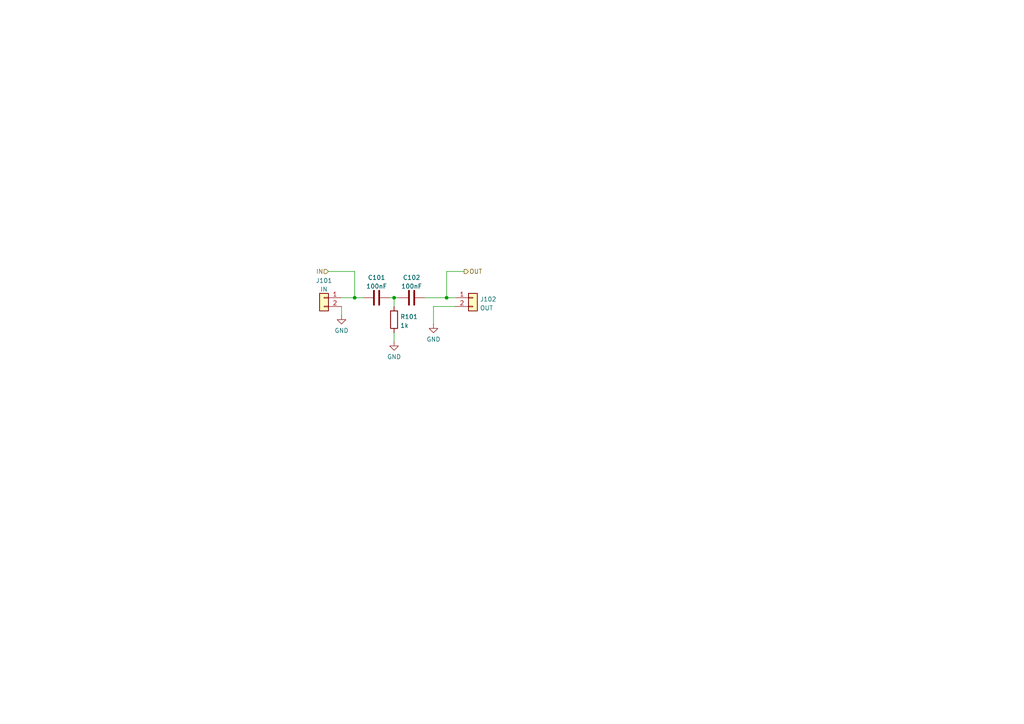
<source format=kicad_sch>
(kicad_sch (version 20211123) (generator eeschema)
  (paper "A4")
  (title_block (title "Filter B"))
  (lib_symbols
    (symbol "Connector_Generic:Conn_01x02" (pin_names (offset 1.016) hide)
      (property "Reference" "J" (at 0 2.54 0))
      (property "Value" "Conn_01x02" (at 0 -5.08 0))
      (symbol "Conn_01x02_1_1"
        (rectangle (start -1.27 -2.413) (end 0 -2.667) (stroke (width 0.1524)))
        (rectangle (start -1.27 0.127) (end 0 -0.127) (stroke (width 0.1524)))
        (rectangle (start -1.27 1.27) (end 1.27 -3.81) (stroke (width 0.254)) (fill (type background)))
        (pin passive line (at -5.08 0 0) (length 3.81) (name "Pin_1") (number "1"))
        (pin passive line (at -5.08 -2.54 0) (length 3.81) (name "Pin_2") (number "2"))
      )
    )
    (symbol "Device:C" (pin_numbers hide) (pin_names (offset 0.254))
      (property "Reference" "C" (at 0.635 2.54 0))
      (property "Value" "C" (at 0.635 -2.54 0))
      (symbol "C_0_1"
        (polyline (pts (xy -2.032 -0.762) (xy 2.032 -0.762)) (stroke (width 0.508)))
        (polyline (pts (xy -2.032 0.762) (xy 2.032 0.762)) (stroke (width 0.508)))
      )
      (symbol "C_1_1"
        (pin passive line (at 0 3.81 270) (length 2.794) (name "~") (number "1"))
        (pin passive line (at 0 -3.81 90) (length 2.794) (name "~") (number "2"))
      )
    )
    (symbol "Device:R" (pin_numbers hide) (pin_names (offset 0))
      (property "Reference" "R" (at 2.032 0 90))
      (property "Value" "R" (at 0 0 90))
      (symbol "R_0_1"
        (rectangle (start -1.016 -2.54) (end 1.016 2.54) (stroke (width 0.254)))
      )
      (symbol "R_1_1"
        (pin passive line (at 0 3.81 270) (length 1.27) (name "~") (number "1"))
        (pin passive line (at 0 -3.81 90) (length 1.27) (name "~") (number "2"))
      )
    )
    (symbol "power:GND" (power) (pin_names (offset 0))
      (property "Value" "GND" (at 0 -3.81 0))
      (symbol "GND_0_1"
        (polyline (pts (xy 0 0) (xy 0 -1.27) (xy 1.27 -1.27) (xy 0 -2.54) (xy -1.27 -1.27) (xy 0 -1.27)))
      )
      (symbol "GND_1_1"
        (pin power_in line (at 0 0 270) (length 0) hide (name "GND") (number "1"))
      )
    )
  )
  (junction (at 129.54 86.36))
  (junction (at 114.3 86.36))
  (junction (at 102.87 86.36))
  (wire (pts (xy 99.06 86.36) (xy 102.87 86.36)))
  (wire (pts (xy 125.73 93.98) (xy 125.73 88.9)))
  (wire (pts (xy 129.54 78.74) (xy 129.54 86.36)))
  (wire (pts (xy 102.87 78.74) (xy 102.87 86.36)))
  (wire (pts (xy 114.3 86.36) (xy 114.3 88.9)))
  (wire (pts (xy 113.03 86.36) (xy 114.3 86.36)))
  (wire (pts (xy 114.3 86.36) (xy 115.57 86.36)))
  (wire (pts (xy 134.62 78.74) (xy 129.54 78.74)))
  (wire (pts (xy 99.06 88.9) (xy 99.06 91.44)))
  (wire (pts (xy 125.73 88.9) (xy 132.08 88.9)))
  (wire (pts (xy 102.87 86.36) (xy 105.41 86.36)))
  (wire (pts (xy 129.54 86.36) (xy 132.08 86.36)))
  (wire (pts (xy 95.25 78.74) (xy 102.87 78.74)))
  (wire (pts (xy 123.19 86.36) (xy 129.54 86.36)))
  (wire (pts (xy 114.3 96.52) (xy 114.3 99.06)))
  (hierarchical_label "OUT" (shape output) (at 134.62 78.74 0))
  (hierarchical_label "IN" (shape input) (at 95.25 78.74 180))
  (symbol (lib_id "power:GND") (at 99.06 91.44 0) (unit 1)
    (property "Reference" "#PWR0102" (effects hide))
    (property "Value" "GND" (at 99.06 95.8834 0))
  )
  (symbol (lib_id "Device:R") (at 114.3 92.71 0) (unit 1)
    (property "Reference" "R101" (at 116.078 91.8753 0) (effects (justify left)))
    (property "Value" "1k" (at 116.078 94.4122 0) (effects (justify left)))
    (property "Footprint" "Resistor_THT:R_Axial_DIN0207_L6.3mm_D2.5mm_P7.62mm_Horizontal" (effects hide))
  )
  (symbol (lib_id "Device:C") (at 109.22 86.36 90) (unit 1)
    (property "Reference" "C101" (at 109.22 80.5012 90))
    (property "Value" "100nF" (at 109.22 83.0381 90))
    (property "Footprint" "Capacitor_THT:C_Disc_D4.7mm_W2.5mm_P5.00mm" (effects hide))
  )
  (symbol (lib_id "power:GND") (at 125.73 93.98 0) (unit 1)
    (property "Reference" "#PWR0103" (effects hide))
    (property "Value" "GND" (at 125.73 98.4234 0))
  )
  (symbol (lib_id "Device:C") (at 119.38 86.36 90) (unit 1)
    (property "Reference" "C102" (at 119.38 80.5012 90))
    (property "Value" "100nF" (at 119.38 83.0381 90))
    (property "Footprint" "Capacitor_THT:C_Disc_D4.7mm_W2.5mm_P5.00mm" (effects hide))
  )
  (symbol (lib_id "Connector_Generic:Conn_01x02") (at 137.16 86.36 0) (unit 1)
    (property "Reference" "J102" (at 139.192 86.7953 0) (effects (justify left)))
    (property "Value" "OUT" (at 139.192 89.3322 0) (effects (justify left)))
    (property "Footprint" "Connector_Molex:Molex_KK-254_AE-6410-02A_1x02_P2.54mm_Vertical" (effects hide))
  )
  (symbol (lib_id "power:GND") (at 114.3 99.06 0) (unit 1)
    (property "Reference" "#PWR0101" (effects hide))
    (property "Value" "GND" (at 114.3 103.5034 0))
  )
  (symbol (lib_id "Connector_Generic:Conn_01x02") (at 93.98 86.36 0) (mirror y) (unit 1)
    (property "Reference" "J101" (at 93.98 81.3902 0))
    (property "Value" "IN" (at 93.98 83.9271 0))
    (property "Footprint" "Connector_Molex:Molex_KK-254_AE-6410-02A_1x02_P2.54mm_Vertical" (effects hide))
  )
)
</source>
